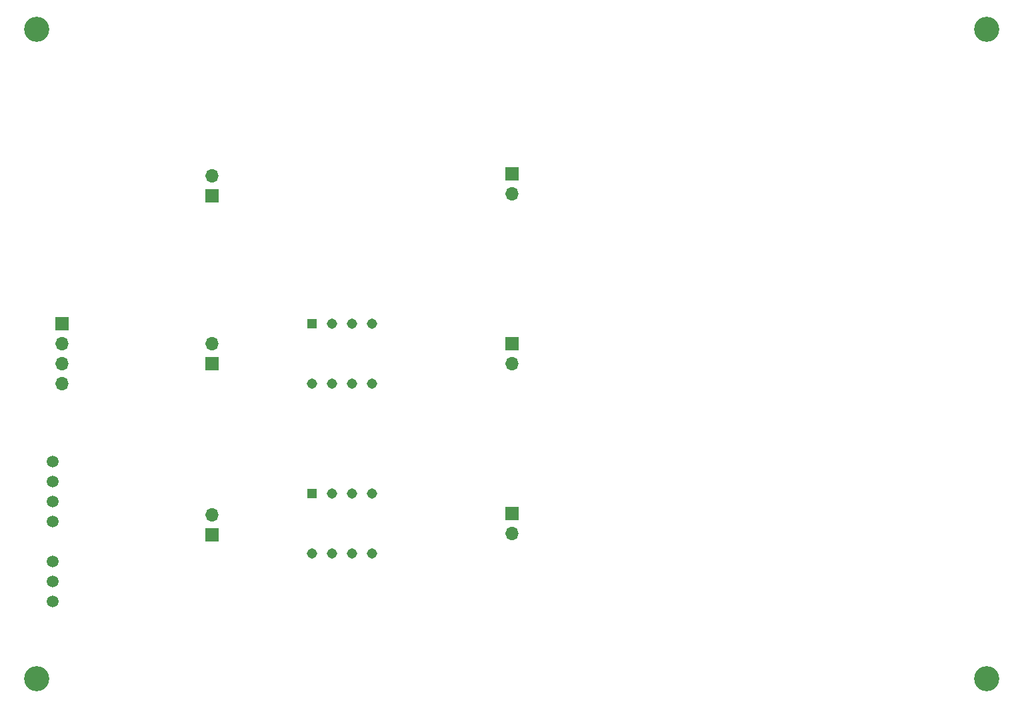
<source format=gbr>
%TF.GenerationSoftware,KiCad,Pcbnew,(5.1.7)-1*%
%TF.CreationDate,2021-06-25T13:39:54-05:00*%
%TF.ProjectId,Op_Amp_demo_PCB,4f705f41-6d70-45f6-9465-6d6f5f504342,1.1*%
%TF.SameCoordinates,Original*%
%TF.FileFunction,Soldermask,Bot*%
%TF.FilePolarity,Negative*%
%FSLAX46Y46*%
G04 Gerber Fmt 4.6, Leading zero omitted, Abs format (unit mm)*
G04 Created by KiCad (PCBNEW (5.1.7)-1) date 2021-06-25 13:39:54*
%MOMM*%
%LPD*%
G01*
G04 APERTURE LIST*
%ADD10O,1.700000X1.700000*%
%ADD11R,1.700000X1.700000*%
%ADD12C,3.200000*%
%ADD13C,1.509000*%
%ADD14C,1.308000*%
%ADD15R,1.308000X1.308000*%
G04 APERTURE END LIST*
D10*
%TO.C,J7*%
X87630000Y-104140000D03*
X87630000Y-101600000D03*
X87630000Y-99060000D03*
D11*
X87630000Y-96520000D03*
%TD*%
D12*
%TO.C,H4*%
X205105000Y-141605000D03*
%TD*%
%TO.C,H3*%
X84455000Y-141605000D03*
%TD*%
%TO.C,H2*%
X205105000Y-59055000D03*
%TD*%
%TO.C,H1*%
X84455000Y-59055000D03*
%TD*%
D13*
%TO.C,U1*%
X86410000Y-131800000D03*
X86410000Y-129260000D03*
X86410000Y-126720000D03*
X86410000Y-121640000D03*
X86410000Y-119100000D03*
X86410000Y-116560000D03*
X86410000Y-114020000D03*
%TD*%
D14*
%TO.C,SW2*%
X119380000Y-125730000D03*
X121920000Y-125730000D03*
X124460000Y-125730000D03*
X127000000Y-125730000D03*
D15*
X119380000Y-118110000D03*
D14*
X121920000Y-118110000D03*
X124460000Y-118110000D03*
X127000000Y-118110000D03*
%TD*%
%TO.C,SW1*%
X119380000Y-104140000D03*
X121920000Y-104140000D03*
X124460000Y-104140000D03*
X127000000Y-104140000D03*
D15*
X119380000Y-96520000D03*
D14*
X121920000Y-96520000D03*
X124460000Y-96520000D03*
X127000000Y-96520000D03*
%TD*%
D10*
%TO.C,J6*%
X144780000Y-123190000D03*
D11*
X144780000Y-120650000D03*
%TD*%
D10*
%TO.C,J5*%
X144780000Y-80010000D03*
D11*
X144780000Y-77470000D03*
%TD*%
D10*
%TO.C,J4*%
X106680000Y-120777000D03*
D11*
X106680000Y-123317000D03*
%TD*%
D10*
%TO.C,J3*%
X106680000Y-77724000D03*
D11*
X106680000Y-80264000D03*
%TD*%
D10*
%TO.C,J2*%
X144780000Y-101600000D03*
D11*
X144780000Y-99060000D03*
%TD*%
D10*
%TO.C,J1*%
X106680000Y-99060000D03*
D11*
X106680000Y-101600000D03*
%TD*%
M02*

</source>
